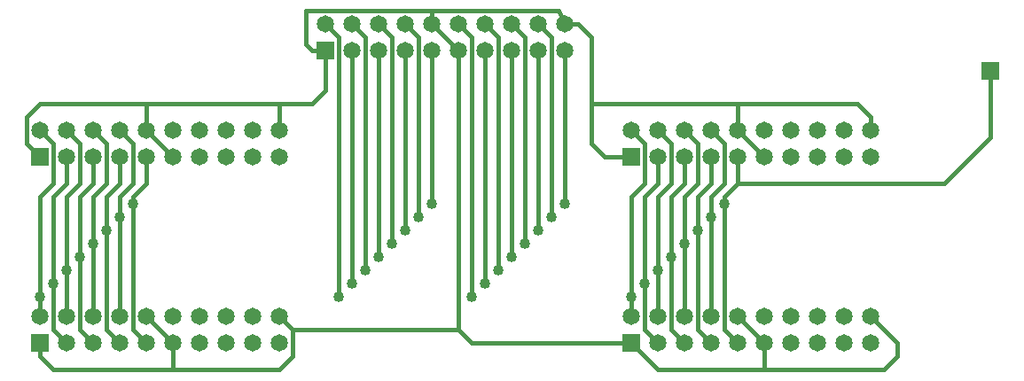
<source format=gbl>
G04 Output by ViewMate Deluxe V11.0.9  PentaLogix LLC*
G04 Tue Nov 11 14:29:24 2014*
%FSLAX33Y33*%
%MOMM*%
%IPPOS*%
%ADD10R,1.651X1.651*%
%ADD11C,1.651*%
%ADD12R,1.8009X1.8009*%
%ADD13C,0.4064*%
%ADD14C,1.016*%

%LPD*%
X0Y0D2*D13*G1X30798Y5334D2*X19368Y5334D1*X40958Y10414D2*X42228Y9144D1*X40958Y28194D2*X40958Y30734D1*X30798Y25654D2*X28258Y28194D1*X28258Y30734*X24448Y26924D2*X24448Y23114D1*X23178Y21844*X23178Y17399*X23178Y10414*X25718Y7874D2*X24448Y9144D1*X28258Y7874D2*X26988Y9144D1*X26988Y21209*X26988Y21844*X28258Y23114*X28258Y25654*X25718Y25654D2*X25718Y23114D1*X24448Y21844*X24448Y18669*X24448Y9144*X23178Y7874D2*X21908Y9144D1*X21908Y16129*X21908Y21844*X23178Y23114*X23178Y25654*X19368Y26924D2*X18098Y28194D1*X21908Y26924D2*X21908Y23114D1*X20638Y21844*X20638Y14859*X20638Y10414*X18098Y10414D2*X18098Y12319D1*X18098Y21844*X19368Y23114*X19368Y26924*X21908Y26924D2*X20638Y28194D1*X24448Y26924D2*X23178Y28194D1*X25718Y28194D2*X26988Y26924D1*X26988Y23114*X25718Y21844*X25718Y19939*X25718Y10414*X28258Y10414D2*X30798Y7874D1*X30798Y5334*X40958Y5334*X42228Y6604*X42228Y9144*X58102Y9144*X97472Y10414D2*X100012Y7874D1*X100012Y6604*X98742Y5334*X87312Y5334*X84772Y7874D2*X83502Y9144D1*X83502Y21209*X83502Y21844*X84772Y23114*X97472Y29464D2*X97472Y28194D1*X70802Y30734D2*X84772Y30734D1*X66992Y37084D2*X65722Y38354D1*X68262Y21209D2*X68262Y35814D1*X66992Y37084D2*X66992Y19939D1*X65722Y18669D2*X65722Y35814D1*X64452Y17399D2*X64452Y37084D1*X63182Y38354*X61912Y37084D2*X60642Y38354D1*X63182Y16129D2*X63182Y35814D1*X61912Y37084D2*X61912Y14859D1*X60642Y13589D2*X60642Y35814D1*X59372Y12319D2*X59372Y37084D1*X58102Y38354*X55562Y21209D2*X55562Y35814D1*X54292Y37084D2*X54292Y19939D1*X53022Y18669D2*X53022Y35814D1*X51752Y37084D2*X51752Y17399D1*X50482Y16129D2*X50482Y35814D1*X49212Y37084D2*X49212Y14859D1*X47942Y13589D2*X47942Y35814D1*X46672Y12319D2*X46672Y37084D1*X45402Y38354*X49212Y37084D2*X47942Y38354D1*X51752Y37084D2*X50482Y38354D1*X54292Y37084D2*X53022Y38354D1*X55562Y39624D2*X55562Y38354D1*X58102Y35814*X58102Y9144*X59372Y7874*X74612Y7874*X77152Y5334*X87312Y5334*X87312Y7874*X84772Y10414*X82232Y10414D2*X82232Y19939D1*X82232Y21844*X83502Y23114*X83502Y26924*X82232Y28194*X87312Y25654D2*X84772Y28194D1*X84772Y30734*X96202Y30734*X97472Y29464*X108902Y33909D2*X108902Y27559D1*X104458Y23114*X84772Y23114*X84772Y25654*X82232Y25654D2*X82232Y23114D1*X80962Y21844*X80962Y18669*X80962Y9144*X82232Y7874*X79692Y10414D2*X79692Y17399D1*X79692Y21844*X80962Y23114*X80962Y26924*X79692Y28194*X78422Y26924D2*X78422Y23114D1*X77152Y21844*X77152Y14859*X77152Y10414*X74612Y10414D2*X74612Y12319D1*X74612Y21844*X75882Y23114*X75882Y26924*X74612Y28194*X78422Y26924D2*X77152Y28194D1*X79692Y25654D2*X79692Y23114D1*X78422Y21844*X78422Y16129*X78422Y9144*X79692Y7874*X77152Y7874D2*X75882Y9144D1*X75882Y13589*X75882Y21844*X77152Y23114*X77152Y25654*X74612Y25654D2*X72072Y25654D1*X70802Y26924*X70802Y30734*X70802Y37084*X69532Y38354*X68262Y38354*X67628Y39624*X55562Y39624*X43498Y39624*X43498Y36449*X44132Y35814*X45402Y35814*X45402Y32004*X44132Y30734*X40958Y30734*X28258Y30734*X18098Y30734*X16828Y29464*X16828Y26924*X18098Y25654*X20638Y25654D2*X20638Y23114D1*X19368Y21844*X19368Y13589*X19368Y9144*X20638Y7874*X18098Y7874D2*X18098Y6604D1*X19368Y5334*D10*X74612Y7874D3*X74612Y25654D3*X45402Y35814D3*X18098Y25654D3*X18098Y7874D3*D11*X77152Y25654D3*X79692Y25654D3*X82232Y25654D3*X84772Y25654D3*X87312Y25654D3*X89852Y25654D3*X92392Y25654D3*X94932Y25654D3*X97472Y25654D3*X97472Y28194D3*X94932Y28194D3*X92392Y28194D3*X89852Y28194D3*X87312Y28194D3*X84772Y28194D3*X82232Y28194D3*X79692Y28194D3*X77152Y28194D3*X74612Y28194D3*X45402Y38354D3*X47942Y38354D3*X50482Y38354D3*X53022Y38354D3*X55562Y38354D3*X58102Y38354D3*X60642Y38354D3*X63182Y38354D3*X65722Y38354D3*X68262Y38354D3*X68262Y35814D3*X65722Y35814D3*X63182Y35814D3*X60642Y35814D3*X58102Y35814D3*X55562Y35814D3*X53022Y35814D3*X50482Y35814D3*X47942Y35814D3*X40958Y28194D3*X38418Y28194D3*X35878Y28194D3*X33338Y28194D3*X30798Y28194D3*X28258Y28194D3*X25718Y28194D3*X23178Y28194D3*X18098Y28194D3*X20638Y28194D3*X20638Y25654D3*X23178Y25654D3*X25718Y25654D3*X28258Y25654D3*X30798Y25654D3*X33338Y25654D3*X35878Y25654D3*X38418Y25654D3*X40958Y25654D3*X40958Y7874D3*X38418Y7874D3*X35878Y7874D3*X33338Y7874D3*X30798Y7874D3*X28258Y7874D3*X25718Y7874D3*X23178Y7874D3*X20638Y7874D3*X18098Y10414D3*X20638Y10414D3*X23178Y10414D3*X25718Y10414D3*X28258Y10414D3*X30798Y10414D3*X33338Y10414D3*X35878Y10414D3*X38418Y10414D3*X40958Y10414D3*X74612Y10414D3*X77152Y10414D3*X79692Y10414D3*X82232Y10414D3*X84772Y10414D3*X87312Y10414D3*X89852Y10414D3*X92392Y10414D3*X94932Y10414D3*X97472Y10414D3*X97472Y7874D3*X94932Y7874D3*X92392Y7874D3*X89852Y7874D3*X87312Y7874D3*X84772Y7874D3*X82232Y7874D3*X79692Y7874D3*X77152Y7874D3*D12*X108902Y33909D3*D14*X83502Y21209D3*X82232Y19939D3*X80962Y18669D3*X74612Y12319D3*X75882Y13589D3*X77152Y14859D3*X78422Y16129D3*X79692Y17399D3*X68262Y21209D3*X66992Y19939D3*X65722Y18669D3*X59372Y12319D3*X60642Y13589D3*X61912Y14859D3*X63182Y16129D3*X64452Y17399D3*X55562Y21209D3*X54292Y19939D3*X53022Y18669D3*X51752Y17399D3*X50482Y16129D3*X49212Y14859D3*X47942Y13589D3*X46672Y12319D3*X26988Y21209D3*X25718Y19939D3*X24448Y18669D3*X23178Y17399D3*X21908Y16129D3*X20638Y14859D3*X19368Y13589D3*X18098Y12319D3*X0Y0D2*M02*
</source>
